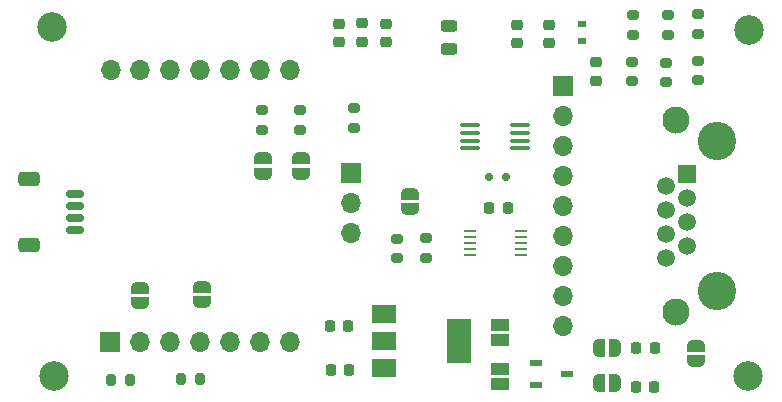
<source format=gbr>
%TF.GenerationSoftware,KiCad,Pcbnew,7.0.8-7.0.8~ubuntu22.04.1*%
%TF.CreationDate,2023-10-19T14:38:34-05:00*%
%TF.ProjectId,rm3100Remote,726d3331-3030-4526-956d-6f74652e6b69,0.0.5*%
%TF.SameCoordinates,Original*%
%TF.FileFunction,Soldermask,Top*%
%TF.FilePolarity,Negative*%
%FSLAX46Y46*%
G04 Gerber Fmt 4.6, Leading zero omitted, Abs format (unit mm)*
G04 Created by KiCad (PCBNEW 7.0.8-7.0.8~ubuntu22.04.1) date 2023-10-19 14:38:34*
%MOMM*%
%LPD*%
G01*
G04 APERTURE LIST*
G04 Aperture macros list*
%AMRoundRect*
0 Rectangle with rounded corners*
0 $1 Rounding radius*
0 $2 $3 $4 $5 $6 $7 $8 $9 X,Y pos of 4 corners*
0 Add a 4 corners polygon primitive as box body*
4,1,4,$2,$3,$4,$5,$6,$7,$8,$9,$2,$3,0*
0 Add four circle primitives for the rounded corners*
1,1,$1+$1,$2,$3*
1,1,$1+$1,$4,$5*
1,1,$1+$1,$6,$7*
1,1,$1+$1,$8,$9*
0 Add four rect primitives between the rounded corners*
20,1,$1+$1,$2,$3,$4,$5,0*
20,1,$1+$1,$4,$5,$6,$7,0*
20,1,$1+$1,$6,$7,$8,$9,0*
20,1,$1+$1,$8,$9,$2,$3,0*%
%AMFreePoly0*
4,1,19,0.500000,-0.750000,0.000000,-0.750000,0.000000,-0.744911,-0.071157,-0.744911,-0.207708,-0.704816,-0.327430,-0.627875,-0.420627,-0.520320,-0.479746,-0.390866,-0.500000,-0.250000,-0.500000,0.250000,-0.479746,0.390866,-0.420627,0.520320,-0.327430,0.627875,-0.207708,0.704816,-0.071157,0.744911,0.000000,0.744911,0.000000,0.750000,0.500000,0.750000,0.500000,-0.750000,0.500000,-0.750000,
$1*%
%AMFreePoly1*
4,1,19,0.000000,0.744911,0.071157,0.744911,0.207708,0.704816,0.327430,0.627875,0.420627,0.520320,0.479746,0.390866,0.500000,0.250000,0.500000,-0.250000,0.479746,-0.390866,0.420627,-0.520320,0.327430,-0.627875,0.207708,-0.704816,0.071157,-0.744911,0.000000,-0.744911,0.000000,-0.750000,-0.500000,-0.750000,-0.500000,0.750000,0.000000,0.750000,0.000000,0.744911,0.000000,0.744911,
$1*%
G04 Aperture macros list end*
%ADD10RoundRect,0.200000X-0.275000X0.200000X-0.275000X-0.200000X0.275000X-0.200000X0.275000X0.200000X0*%
%ADD11C,2.500000*%
%ADD12R,1.700000X1.700000*%
%ADD13O,1.700000X1.700000*%
%ADD14RoundRect,0.150000X-0.625000X0.150000X-0.625000X-0.150000X0.625000X-0.150000X0.625000X0.150000X0*%
%ADD15RoundRect,0.250000X-0.650000X0.350000X-0.650000X-0.350000X0.650000X-0.350000X0.650000X0.350000X0*%
%ADD16FreePoly0,270.000000*%
%ADD17FreePoly1,270.000000*%
%ADD18RoundRect,0.200000X-0.200000X-0.275000X0.200000X-0.275000X0.200000X0.275000X-0.200000X0.275000X0*%
%ADD19RoundRect,0.225000X0.225000X0.250000X-0.225000X0.250000X-0.225000X-0.250000X0.225000X-0.250000X0*%
%ADD20RoundRect,0.225000X0.250000X-0.225000X0.250000X0.225000X-0.250000X0.225000X-0.250000X-0.225000X0*%
%ADD21RoundRect,0.225000X-0.250000X0.225000X-0.250000X-0.225000X0.250000X-0.225000X0.250000X0.225000X0*%
%ADD22RoundRect,0.150000X-0.150000X-0.200000X0.150000X-0.200000X0.150000X0.200000X-0.150000X0.200000X0*%
%ADD23RoundRect,0.243750X-0.456250X0.243750X-0.456250X-0.243750X0.456250X-0.243750X0.456250X0.243750X0*%
%ADD24R,0.800000X0.600000*%
%ADD25C,3.250000*%
%ADD26R,1.500000X1.500000*%
%ADD27C,1.500000*%
%ADD28C,2.300000*%
%ADD29RoundRect,0.100000X-0.712500X-0.100000X0.712500X-0.100000X0.712500X0.100000X-0.712500X0.100000X0*%
%ADD30R,1.100000X0.250000*%
%ADD31R,2.000000X1.500000*%
%ADD32R,2.000000X3.800000*%
%ADD33RoundRect,0.225000X-0.225000X-0.250000X0.225000X-0.250000X0.225000X0.250000X-0.225000X0.250000X0*%
%ADD34R,1.050000X0.600000*%
%ADD35R,1.500000X1.000000*%
%ADD36FreePoly0,180.000000*%
%ADD37FreePoly1,180.000000*%
G04 APERTURE END LIST*
D10*
%TO.C,R7*%
X-74828400Y64985400D03*
X-74828400Y63335400D03*
%TD*%
D11*
%TO.C,MK1*%
X-92648800Y72029600D03*
%TD*%
%TO.C,MK2*%
X-33628800Y71749600D03*
%TD*%
D12*
%TO.C,J3*%
X-67310000Y59690000D03*
D13*
X-67310000Y57150000D03*
X-67310000Y54610000D03*
%TD*%
D14*
%TO.C,J6*%
X-90659200Y57888000D03*
X-90659200Y56888000D03*
X-90659200Y55888000D03*
X-90659200Y54888000D03*
D15*
X-94534200Y59188000D03*
X-94534200Y53588000D03*
%TD*%
D10*
%TO.C,R10*%
X-60960000Y54165000D03*
X-60960000Y52515000D03*
%TD*%
%TO.C,R11*%
X-63398400Y54114200D03*
X-63398400Y52464200D03*
%TD*%
D16*
%TO.C,JP2*%
X-74726800Y60909200D03*
D17*
X-74726800Y59609200D03*
%TD*%
D16*
%TO.C,JP3*%
X-71518800Y60919600D03*
D17*
X-71518800Y59619600D03*
%TD*%
D16*
%TO.C,JP4*%
X-79908400Y50027600D03*
D17*
X-79908400Y48727600D03*
%TD*%
D16*
%TO.C,JP5*%
X-85191600Y49976800D03*
D17*
X-85191600Y48676800D03*
%TD*%
D10*
%TO.C,R8*%
X-67056000Y65137800D03*
X-67056000Y63487800D03*
%TD*%
%TO.C,R9*%
X-71628000Y64985400D03*
X-71628000Y63335400D03*
%TD*%
D18*
%TO.C,R12*%
X-81707600Y42214800D03*
X-80057600Y42214800D03*
%TD*%
%TO.C,R13*%
X-87642200Y42113200D03*
X-85992200Y42113200D03*
%TD*%
D19*
%TO.C,C1*%
X-54038200Y56743600D03*
X-55588200Y56743600D03*
%TD*%
D20*
%TO.C,C2*%
X-50568800Y70694600D03*
X-50568800Y72244600D03*
%TD*%
%TO.C,C3*%
X-53238800Y70664600D03*
X-53238800Y72214600D03*
%TD*%
D21*
%TO.C,C4*%
X-68326000Y72301400D03*
X-68326000Y70751400D03*
%TD*%
%TO.C,C5*%
X-66359950Y72351400D03*
X-66359950Y70801400D03*
%TD*%
%TO.C,C6*%
X-64298800Y72324600D03*
X-64298800Y70774600D03*
%TD*%
%TO.C,C7*%
X-46532800Y69050200D03*
X-46532800Y67500200D03*
%TD*%
D22*
%TO.C,D1*%
X-54188800Y59369600D03*
X-55588800Y59369600D03*
%TD*%
D23*
%TO.C,F1*%
X-58958800Y72077100D03*
X-58958800Y70202100D03*
%TD*%
D24*
%TO.C,FB1*%
X-47728800Y70859600D03*
X-47728800Y72259600D03*
%TD*%
D25*
%TO.C,J1*%
X-36325200Y62378400D03*
X-36325200Y49678400D03*
D26*
X-38865200Y59588400D03*
D27*
X-40645200Y58572400D03*
X-38865200Y57556400D03*
X-40645200Y56540400D03*
X-38865200Y55524400D03*
X-40645200Y54508400D03*
X-38865200Y53492400D03*
X-40645200Y52476400D03*
D28*
X-39755200Y64158400D03*
X-39755200Y47898400D03*
%TD*%
D10*
%TO.C,R1*%
X-43401600Y73011800D03*
X-43401600Y71361800D03*
%TD*%
%TO.C,R2*%
X-40487600Y73011800D03*
X-40487600Y71361800D03*
%TD*%
%TO.C,R3*%
X-37918800Y73094600D03*
X-37918800Y71444600D03*
%TD*%
%TO.C,R4*%
X-43484800Y69100200D03*
X-43484800Y67450200D03*
%TD*%
%TO.C,R5*%
X-40589200Y68989600D03*
X-40589200Y67339600D03*
%TD*%
%TO.C,R6*%
X-37918800Y69194600D03*
X-37918800Y67544600D03*
%TD*%
D29*
%TO.C,U1*%
X-57179700Y63713000D03*
X-57179700Y63063000D03*
X-57179700Y62413000D03*
X-57179700Y61763000D03*
X-52954700Y61763000D03*
X-52954700Y62413000D03*
X-52954700Y63063000D03*
X-52954700Y63713000D03*
%TD*%
D30*
%TO.C,U2*%
X-57217200Y54746400D03*
X-57217200Y54246400D03*
X-57217200Y53746400D03*
X-57217200Y53246400D03*
X-57217200Y52746400D03*
X-52917200Y52746400D03*
X-52917200Y53246400D03*
X-52917200Y53746400D03*
X-52917200Y54246400D03*
X-52917200Y54746400D03*
%TD*%
D11*
%TO.C,MK4*%
X-33678800Y42519600D03*
%TD*%
%TO.C,MK3*%
X-92398800Y42469600D03*
%TD*%
D31*
%TO.C,U4*%
X-64465600Y47766000D03*
X-64465600Y45466000D03*
D32*
X-58165600Y45466000D03*
D31*
X-64465600Y43166000D03*
%TD*%
D19*
%TO.C,C9*%
X-67560000Y46736000D03*
X-69110000Y46736000D03*
%TD*%
%TO.C,C8*%
X-67449400Y42976800D03*
X-68999400Y42976800D03*
%TD*%
D33*
%TO.C,C10*%
X-43142200Y44856400D03*
X-41592200Y44856400D03*
%TD*%
%TO.C,C11*%
X-43193800Y41569600D03*
X-41643800Y41569600D03*
%TD*%
D34*
%TO.C,U5*%
X-51642800Y43622000D03*
X-51642800Y41722000D03*
X-49042800Y42672000D03*
%TD*%
D12*
%TO.C,U3*%
X-87658800Y45373200D03*
D13*
X-85118800Y45373200D03*
X-82578800Y45373200D03*
X-80038800Y45373200D03*
X-77498800Y45373200D03*
X-74958800Y45373200D03*
X-72418800Y45373200D03*
X-72418800Y68423200D03*
X-74958800Y68423200D03*
X-77498800Y68423200D03*
X-80038800Y68423200D03*
X-82578800Y68423200D03*
X-85118800Y68423200D03*
X-87579200Y68382000D03*
%TD*%
D12*
%TO.C,J4*%
X-49318800Y67069600D03*
D13*
X-49318800Y64529600D03*
X-49318800Y61989600D03*
X-49318800Y59449600D03*
X-49318800Y56909600D03*
X-49318800Y54369600D03*
X-49318800Y51829600D03*
X-49318800Y49289600D03*
X-49318800Y46749600D03*
%TD*%
D35*
%TO.C,JP6*%
X-54711600Y43068000D03*
X-54711600Y41768000D03*
%TD*%
%TO.C,JP7*%
X-54711600Y45527200D03*
X-54711600Y46827200D03*
%TD*%
D36*
%TO.C,JP8*%
X-44968800Y44869600D03*
D37*
X-46268800Y44869600D03*
%TD*%
D36*
%TO.C,JP9*%
X-44968800Y41869600D03*
D37*
X-46268800Y41869600D03*
%TD*%
D16*
%TO.C,JP10*%
X-38100000Y45019600D03*
D17*
X-38100000Y43719600D03*
%TD*%
D16*
%TO.C,JP1*%
X-62318800Y57919600D03*
D17*
X-62318800Y56619600D03*
%TD*%
M02*

</source>
